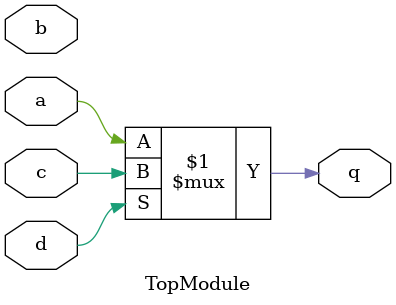
<source format=sv>

module TopModule (
  input wire a,
  input wire b,
  input wire c,
  input wire d,
  output wire q
);

assign q = (d) ? c : a;

endmodule

// VERILOG-EVAL: errant inclusion of module definition

</source>
